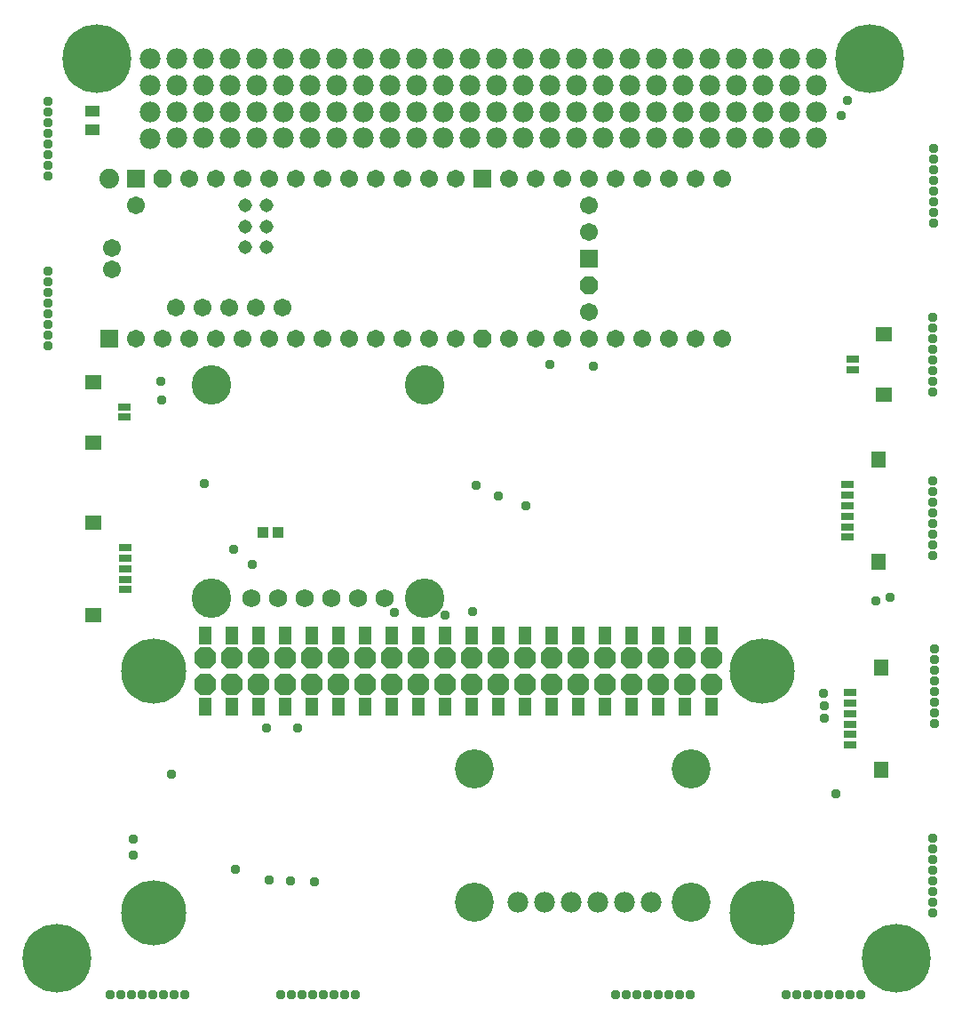
<source format=gbr>
G04 EAGLE Gerber RS-274X export*
G75*
%MOMM*%
%FSLAX34Y34*%
%LPD*%
%INSoldermask Top*%
%IPPOS*%
%AMOC8*
5,1,8,0,0,1.08239X$1,22.5*%
G01*
%ADD10C,6.553200*%
%ADD11C,1.981200*%
%ADD12R,1.403200X1.003200*%
%ADD13R,1.193800X0.762000*%
%ADD14R,1.473200X1.498600*%
%ADD15R,1.223200X1.727200*%
%ADD16C,3.759200*%
%ADD17C,1.727200*%
%ADD18R,1.711200X1.711200*%
%ADD19C,1.879600*%
%ADD20P,1.852186X8X112.500000*%
%ADD21C,1.711200*%
%ADD22C,1.311200*%
%ADD23R,1.203200X0.753200*%
%ADD24R,1.503200X1.463200*%
%ADD25P,2.249423X8X22.500000*%
%ADD26R,1.003200X1.003200*%
%ADD27C,0.959600*%
%ADD28C,3.719200*%
%ADD29C,6.203200*%


D10*
X50800Y50800D03*
X850900Y50800D03*
X825500Y908050D03*
X88900Y908050D03*
D11*
X774700Y908050D03*
X774700Y882650D03*
X139700Y908050D03*
X139700Y882650D03*
X749300Y908050D03*
X749300Y882650D03*
X723900Y908050D03*
X723900Y882650D03*
X698500Y908050D03*
X698500Y882650D03*
X673100Y908050D03*
X673100Y882650D03*
X647700Y908050D03*
X647700Y882650D03*
X622300Y908050D03*
X622300Y882650D03*
X596900Y908050D03*
X596900Y882650D03*
X571500Y908050D03*
X571500Y882650D03*
X546100Y908050D03*
X546100Y882650D03*
X520700Y908050D03*
X520700Y882650D03*
X495300Y908050D03*
X495300Y882650D03*
X469900Y908050D03*
X469900Y882650D03*
X444500Y908050D03*
X444500Y882650D03*
X419100Y908050D03*
X419100Y882650D03*
X393700Y908050D03*
X393700Y882650D03*
X368300Y908050D03*
X368300Y882650D03*
X342900Y908050D03*
X342900Y882650D03*
X317500Y908050D03*
X317500Y882650D03*
X292100Y908050D03*
X292100Y882650D03*
X266700Y908050D03*
X266700Y882650D03*
X241300Y908050D03*
X241300Y882650D03*
X215900Y908050D03*
X215900Y882650D03*
X190500Y908050D03*
X190500Y882650D03*
X165100Y908050D03*
X165100Y882650D03*
X774700Y857250D03*
X774700Y832231D03*
X139700Y857250D03*
X139700Y831850D03*
X749300Y857250D03*
X749300Y832231D03*
X723900Y857250D03*
X723900Y832231D03*
X698500Y857250D03*
X698500Y832231D03*
X673100Y857250D03*
X673100Y832231D03*
X647700Y857250D03*
X647700Y832231D03*
X622300Y857250D03*
X622300Y832231D03*
X596900Y857250D03*
X596900Y832231D03*
X571500Y857250D03*
X571500Y832231D03*
X546100Y857250D03*
X546100Y832231D03*
X520700Y857250D03*
X520700Y832231D03*
X495300Y857250D03*
X495300Y832231D03*
X469900Y857250D03*
X469900Y832231D03*
X444500Y857250D03*
X444500Y832231D03*
X419100Y857250D03*
X419100Y832231D03*
X393700Y857250D03*
X393700Y832231D03*
X368300Y857250D03*
X368300Y832231D03*
X342900Y857250D03*
X342900Y832231D03*
X317500Y857250D03*
X317500Y832231D03*
X292100Y857250D03*
X292100Y832231D03*
X266700Y857250D03*
X266700Y832231D03*
X241300Y857250D03*
X241300Y832231D03*
X215900Y857250D03*
X215900Y832231D03*
X190500Y857250D03*
X190500Y832231D03*
X165100Y857250D03*
X165100Y832231D03*
D12*
X83890Y858040D03*
X83890Y840040D03*
D13*
X806224Y254200D03*
X806224Y264200D03*
X806224Y274200D03*
X806224Y284200D03*
X806224Y294200D03*
X806224Y304200D03*
D14*
X836124Y327950D03*
X836124Y230450D03*
D15*
X191600Y358140D03*
X217000Y358140D03*
X242400Y358140D03*
X267800Y358140D03*
X293200Y358140D03*
X318600Y358140D03*
X344000Y358140D03*
X369400Y358140D03*
X394800Y358140D03*
X420200Y358140D03*
X445600Y358140D03*
X471000Y358140D03*
X496400Y358140D03*
X521800Y358140D03*
X547200Y358140D03*
X572600Y358140D03*
X598000Y358140D03*
X623400Y358140D03*
X648800Y358140D03*
X674200Y358140D03*
X191600Y291060D03*
X217000Y291060D03*
X242400Y291060D03*
X267800Y291060D03*
X293200Y291060D03*
X318600Y291060D03*
X344000Y291060D03*
X369400Y291060D03*
X394800Y291060D03*
X420200Y291060D03*
X445600Y291060D03*
X471000Y291060D03*
X496400Y291060D03*
X521800Y291060D03*
X547200Y291060D03*
X572600Y291060D03*
X598000Y291060D03*
X623400Y291060D03*
X648800Y291060D03*
X674200Y291060D03*
D11*
X616660Y104104D03*
X591260Y104104D03*
X565860Y104104D03*
X540460Y104104D03*
X515060Y104104D03*
X489660Y104104D03*
D16*
X198000Y393700D03*
X401200Y393700D03*
X198000Y596900D03*
X401200Y596900D03*
D17*
X236100Y393700D03*
X261500Y393700D03*
X286900Y393700D03*
X312300Y393700D03*
X337700Y393700D03*
X363100Y393700D03*
D18*
X100400Y641100D03*
X557600Y717300D03*
X125800Y793500D03*
D19*
X100400Y793500D03*
D20*
X151200Y793500D03*
X557600Y691900D03*
D21*
X557600Y666500D03*
X557600Y742700D03*
X557600Y768100D03*
X430600Y793500D03*
X430600Y641100D03*
X125800Y641100D03*
X151200Y641100D03*
X176600Y641100D03*
X202000Y641100D03*
X227400Y641100D03*
X252800Y641100D03*
X278200Y641100D03*
X303600Y641100D03*
X329000Y641100D03*
X354400Y641100D03*
X379800Y641100D03*
X405200Y641100D03*
X125800Y768100D03*
X405200Y793500D03*
X379800Y793500D03*
X354400Y793500D03*
X329000Y793500D03*
X303600Y793500D03*
X278200Y793500D03*
X252800Y793500D03*
X227400Y793500D03*
X202000Y793500D03*
X176600Y793500D03*
D20*
X456000Y641100D03*
D21*
X506800Y641100D03*
X532200Y641100D03*
X557600Y641100D03*
X583000Y641100D03*
X608400Y641100D03*
X633800Y641100D03*
X659200Y641100D03*
X684600Y641100D03*
X481400Y793500D03*
X506800Y793500D03*
X532200Y793500D03*
X557600Y793500D03*
X583000Y793500D03*
X608400Y793500D03*
X633800Y793500D03*
X659200Y793500D03*
X684600Y793500D03*
X163900Y671100D03*
X189300Y671100D03*
X214700Y671100D03*
X240100Y671100D03*
X265500Y671100D03*
X481400Y641100D03*
D18*
X456000Y793500D03*
D21*
X102700Y727300D03*
X102700Y707300D03*
D22*
X230100Y768100D03*
X230100Y748100D03*
X230100Y728100D03*
X250100Y768100D03*
X250100Y748100D03*
X250100Y728100D03*
D23*
X115200Y442100D03*
X115200Y432100D03*
X115200Y422100D03*
X115200Y412100D03*
X115200Y402100D03*
D24*
X85300Y465850D03*
X85300Y378300D03*
D23*
X808700Y611700D03*
X808700Y621700D03*
D24*
X838600Y587950D03*
X838600Y645500D03*
D23*
X114900Y576400D03*
X114900Y566400D03*
D24*
X85000Y600150D03*
X85000Y542600D03*
D25*
X191600Y311900D03*
X191600Y337300D03*
X217000Y311900D03*
X217000Y337300D03*
X242400Y311900D03*
X242400Y337300D03*
X267800Y311900D03*
X267800Y337300D03*
X293200Y311900D03*
X293200Y337300D03*
X318600Y311900D03*
X318600Y337300D03*
X344000Y311900D03*
X344000Y337300D03*
X369400Y311900D03*
X369400Y337300D03*
X394800Y311900D03*
X394800Y337300D03*
X420200Y311900D03*
X420200Y337300D03*
X445600Y311900D03*
X445600Y337300D03*
X471000Y311900D03*
X471000Y337300D03*
X496400Y311900D03*
X496400Y337300D03*
X521800Y311900D03*
X521800Y337300D03*
X547200Y311900D03*
X547200Y337300D03*
X572600Y311900D03*
X572600Y337300D03*
X598000Y311900D03*
X598000Y337300D03*
X623400Y311900D03*
X623400Y337300D03*
X648800Y311900D03*
X648800Y337300D03*
X674200Y311900D03*
X674200Y337300D03*
D13*
X803624Y452100D03*
X803624Y462100D03*
X803624Y472100D03*
X803624Y482100D03*
X803624Y492100D03*
X803624Y502100D03*
D14*
X833524Y525850D03*
X833524Y428350D03*
D26*
X261500Y457100D03*
X246500Y457100D03*
D27*
X101600Y16510D03*
X121920Y16510D03*
X132080Y16510D03*
X142240Y16510D03*
X152400Y16510D03*
X162560Y16510D03*
X172720Y16510D03*
X111760Y16510D03*
X264160Y16510D03*
X274320Y16510D03*
X284480Y16510D03*
X294640Y16510D03*
X304800Y16510D03*
X314960Y16510D03*
X325120Y16510D03*
X335280Y16510D03*
X41656Y796544D03*
X41656Y816864D03*
X41656Y827024D03*
X41656Y837184D03*
X41656Y847344D03*
X41656Y857504D03*
X41656Y867664D03*
X41656Y806704D03*
X41656Y634492D03*
X41656Y654812D03*
X41656Y664972D03*
X41656Y675132D03*
X41656Y685292D03*
X41656Y695452D03*
X41656Y705612D03*
X41656Y644652D03*
X582930Y16510D03*
X603250Y16510D03*
X613410Y16510D03*
X623570Y16510D03*
X633730Y16510D03*
X643890Y16510D03*
X654050Y16510D03*
X593090Y16510D03*
X745490Y16510D03*
X755650Y16510D03*
X765810Y16510D03*
X775970Y16510D03*
X786130Y16510D03*
X796290Y16510D03*
X806450Y16510D03*
X816610Y16510D03*
X885190Y94234D03*
X885190Y114554D03*
X885190Y124714D03*
X885190Y134874D03*
X885190Y145034D03*
X885190Y155194D03*
X885190Y165354D03*
X885190Y104394D03*
X886206Y751332D03*
X886206Y771652D03*
X886206Y781812D03*
X886206Y791972D03*
X886206Y802132D03*
X886206Y812292D03*
X886206Y822452D03*
X886206Y761492D03*
X798000Y854000D03*
X295600Y124000D03*
X272900Y124500D03*
X561700Y615300D03*
X220600Y136100D03*
X250300Y270800D03*
X123100Y164600D03*
X280000Y270700D03*
X123100Y149100D03*
X449600Y501700D03*
X471200Y491500D03*
X497000Y482100D03*
X372100Y380900D03*
X782100Y279500D03*
X420700Y378300D03*
X781900Y291200D03*
X446500Y381500D03*
X781300Y303100D03*
X236300Y426500D03*
X844200Y395200D03*
X252500Y125900D03*
X520500Y616800D03*
X159500Y226700D03*
D28*
X448640Y231100D03*
X654760Y104104D03*
X654760Y231104D03*
X448640Y104104D03*
D27*
X831000Y391700D03*
X803700Y868100D03*
X793200Y207400D03*
X190700Y503600D03*
X886590Y274934D03*
X886590Y295254D03*
X886590Y305414D03*
X886590Y315574D03*
X886590Y325734D03*
X886590Y335894D03*
X886590Y346054D03*
X886590Y285094D03*
X885490Y590834D03*
X885490Y611154D03*
X885490Y621314D03*
X885490Y631474D03*
X885490Y641634D03*
X885490Y651794D03*
X885490Y661954D03*
X885490Y600994D03*
X885190Y434634D03*
X885190Y454954D03*
X885190Y465114D03*
X885190Y475274D03*
X885190Y485434D03*
X885190Y495594D03*
X885190Y505754D03*
X885190Y444794D03*
X149800Y600500D03*
X150000Y583200D03*
D29*
X142600Y324700D03*
X722600Y324600D03*
X722600Y94600D03*
X142600Y94600D03*
D27*
X219100Y440300D03*
M02*

</source>
